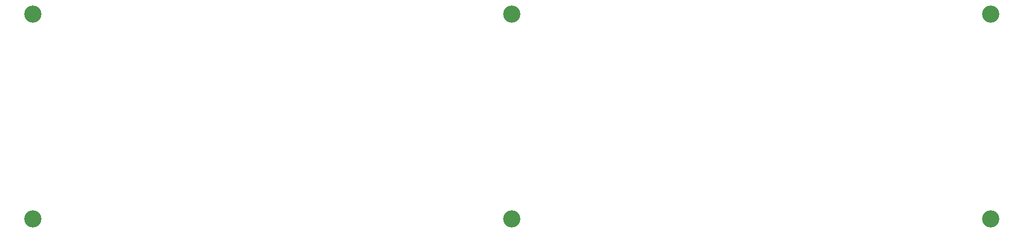
<source format=gbr>
%TF.GenerationSoftware,KiCad,Pcbnew,7.0.2*%
%TF.CreationDate,2024-06-24T19:44:11-07:00*%
%TF.ProjectId,Score-Board-LinInd,53636f72-652d-4426-9f61-72642d4c696e,1*%
%TF.SameCoordinates,Original*%
%TF.FileFunction,NonPlated,1,2,NPTH,Drill*%
%TF.FilePolarity,Positive*%
%FSLAX46Y46*%
G04 Gerber Fmt 4.6, Leading zero omitted, Abs format (unit mm)*
G04 Created by KiCad (PCBNEW 7.0.2) date 2024-06-24 19:44:11*
%MOMM*%
%LPD*%
G01*
G04 APERTURE LIST*
%TA.AperFunction,ComponentDrill*%
%ADD10C,3.200000*%
%TD*%
G04 APERTURE END LIST*
D10*
%TO.C,H5*%
X48597500Y-91748000D03*
%TO.C,H6*%
X48597500Y-129848000D03*
%TO.C,H3*%
X137497500Y-91748000D03*
%TO.C,H4*%
X137497500Y-129848000D03*
%TO.C,H1*%
X226397500Y-91748000D03*
%TO.C,H2*%
X226397500Y-129848000D03*
M02*

</source>
